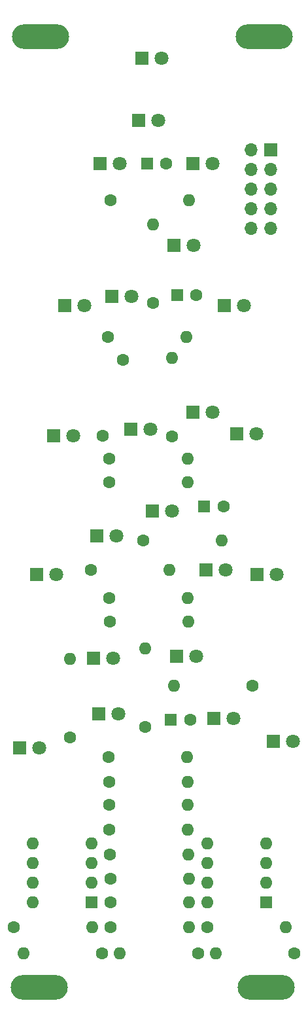
<source format=gbr>
G04 #@! TF.GenerationSoftware,KiCad,Pcbnew,8.0.6*
G04 #@! TF.CreationDate,2024-11-25T12:48:27+01:00*
G04 #@! TF.ProjectId,SS-XMAS-1,53532d58-4d41-4532-9d31-2e6b69636164,rev?*
G04 #@! TF.SameCoordinates,Original*
G04 #@! TF.FileFunction,Soldermask,Bot*
G04 #@! TF.FilePolarity,Negative*
%FSLAX46Y46*%
G04 Gerber Fmt 4.6, Leading zero omitted, Abs format (unit mm)*
G04 Created by KiCad (PCBNEW 8.0.6) date 2024-11-25 12:48:27*
%MOMM*%
%LPD*%
G01*
G04 APERTURE LIST*
G04 Aperture macros list*
%AMHorizOval*
0 Thick line with rounded ends*
0 $1 width*
0 $2 $3 position (X,Y) of the first rounded end (center of the circle)*
0 $4 $5 position (X,Y) of the second rounded end (center of the circle)*
0 Add line between two ends*
20,1,$1,$2,$3,$4,$5,0*
0 Add two circle primitives to create the rounded ends*
1,1,$1,$2,$3*
1,1,$1,$4,$5*%
G04 Aperture macros list end*
%ADD10R,1.600000X1.600000*%
%ADD11C,1.600000*%
%ADD12R,1.800000X1.800000*%
%ADD13C,1.800000*%
%ADD14O,1.600000X1.600000*%
%ADD15O,7.400000X3.200000*%
%ADD16HorizOval,1.600000X0.000000X0.000000X0.000000X0.000000X0*%
%ADD17R,1.700000X1.700000*%
%ADD18O,1.700000X1.700000*%
G04 APERTURE END LIST*
D10*
G04 #@! TO.C,C3*
X109840000Y-66000000D03*
D11*
X112340000Y-66000000D03*
G04 #@! TD*
D10*
G04 #@! TO.C,C4*
X109040000Y-121000000D03*
D11*
X111540000Y-121000000D03*
G04 #@! TD*
D12*
G04 #@! TO.C,D1*
X105278100Y-35372000D03*
D13*
X107818100Y-35372000D03*
G04 #@! TD*
D12*
G04 #@! TO.C,D18*
X99400000Y-97200000D03*
D13*
X101940000Y-97200000D03*
G04 #@! TD*
D12*
G04 #@! TO.C,D21*
X99000000Y-113000000D03*
D13*
X101540000Y-113000000D03*
G04 #@! TD*
D11*
G04 #@! TO.C,R9*
X101060000Y-132000000D03*
D14*
X111220000Y-132000000D03*
G04 #@! TD*
D11*
G04 #@! TO.C,R11*
X101100000Y-138400000D03*
D14*
X111260000Y-138400000D03*
G04 #@! TD*
D12*
G04 #@! TO.C,D16*
X103860000Y-83400000D03*
D13*
X106400000Y-83400000D03*
G04 #@! TD*
D10*
G04 #@! TO.C,U2*
X121340000Y-144620000D03*
D14*
X121340000Y-142080000D03*
X121340000Y-139540000D03*
X121340000Y-137000000D03*
X113720000Y-137000000D03*
X113720000Y-139540000D03*
X113720000Y-142080000D03*
X113720000Y-144620000D03*
G04 #@! TD*
D12*
G04 #@! TO.C,D23*
X109800000Y-112800000D03*
D13*
X112340000Y-112800000D03*
G04 #@! TD*
D12*
G04 #@! TO.C,D5*
X115925000Y-67376000D03*
D13*
X118465000Y-67376000D03*
G04 #@! TD*
D12*
G04 #@! TO.C,D10*
X91665000Y-102200000D03*
D13*
X94205000Y-102200000D03*
G04 #@! TD*
D11*
G04 #@! TO.C,R3*
X101060000Y-87200000D03*
D14*
X111220000Y-87200000D03*
G04 #@! TD*
D11*
G04 #@! TO.C,R18*
X105460000Y-97800000D03*
D14*
X115620000Y-97800000D03*
G04 #@! TD*
D15*
G04 #@! TO.C,TOP_RIGHT_MOUNT*
X121125000Y-32600000D03*
G04 #@! TD*
D11*
G04 #@! TO.C,R1*
X101260000Y-53800000D03*
D14*
X111420000Y-53800000D03*
G04 #@! TD*
D11*
G04 #@! TO.C,R10*
X101060000Y-135200000D03*
D14*
X111220000Y-135200000D03*
G04 #@! TD*
D12*
G04 #@! TO.C,D13*
X104860000Y-43400000D03*
D13*
X107400000Y-43400000D03*
G04 #@! TD*
D11*
G04 #@! TO.C,R8*
X101060000Y-129000000D03*
D14*
X111220000Y-129000000D03*
G04 #@! TD*
D11*
G04 #@! TO.C,R2*
X100860000Y-71440000D03*
D14*
X111020000Y-71440000D03*
G04 #@! TD*
D11*
G04 #@! TO.C,R6*
X101140000Y-108324000D03*
D14*
X111300000Y-108324000D03*
G04 #@! TD*
D10*
G04 #@! TO.C,U1*
X98740000Y-144620000D03*
D14*
X98740000Y-142080000D03*
X98740000Y-139540000D03*
X98740000Y-137000000D03*
X91120000Y-137000000D03*
X91120000Y-139540000D03*
X91120000Y-142080000D03*
X91120000Y-144620000D03*
G04 #@! TD*
D15*
G04 #@! TO.C,BOTTOM_LEFT_MOUNT*
X92000000Y-155600000D03*
G04 #@! TD*
D12*
G04 #@! TO.C,D20*
X113600000Y-101600000D03*
D13*
X116140000Y-101600000D03*
G04 #@! TD*
D12*
G04 #@! TO.C,D7*
X93865000Y-84200000D03*
D13*
X96405000Y-84200000D03*
G04 #@! TD*
D11*
G04 #@! TO.C,R27*
X113740000Y-147800000D03*
D14*
X123900000Y-147800000D03*
G04 #@! TD*
D11*
G04 #@! TO.C,R26*
X88660000Y-147800000D03*
D14*
X98820000Y-147800000D03*
G04 #@! TD*
D11*
G04 #@! TO.C,R7*
X100980000Y-125800000D03*
D14*
X111140000Y-125800000D03*
G04 #@! TD*
D10*
G04 #@! TO.C,C1*
X113334900Y-93400000D03*
D11*
X115834900Y-93400000D03*
G04 #@! TD*
D10*
G04 #@! TO.C,C2*
X105934900Y-49000000D03*
D11*
X108434900Y-49000000D03*
G04 #@! TD*
G04 #@! TO.C,R330*
X119620000Y-116600000D03*
D14*
X109460000Y-116600000D03*
G04 #@! TD*
D12*
G04 #@! TO.C,D17*
X111860000Y-81200000D03*
D13*
X114400000Y-81200000D03*
G04 #@! TD*
D11*
G04 #@! TO.C,R22*
X100170400Y-84213800D03*
D16*
X102800002Y-74399994D03*
G04 #@! TD*
D15*
G04 #@! TO.C,BOTTOM_RIGHT_MOUNT*
X121400000Y-155600000D03*
G04 #@! TD*
D12*
G04 #@! TO.C,D2*
X99860000Y-49000000D03*
D13*
X102400000Y-49000000D03*
G04 #@! TD*
D11*
G04 #@! TO.C,R5*
X101060000Y-105200000D03*
D14*
X111220000Y-105200000D03*
G04 #@! TD*
D12*
G04 #@! TO.C,D14*
X101400000Y-66200000D03*
D13*
X103940000Y-66200000D03*
G04 #@! TD*
D11*
G04 #@! TO.C,R4*
X101060000Y-90248000D03*
D14*
X111220000Y-90248000D03*
G04 #@! TD*
D12*
G04 #@! TO.C,D9*
X122325000Y-123800000D03*
D13*
X124865000Y-123800000D03*
G04 #@! TD*
D11*
G04 #@! TO.C,R19*
X98640000Y-101600000D03*
D14*
X108800000Y-101600000D03*
G04 #@! TD*
D11*
G04 #@! TO.C,R15*
X109200000Y-84360000D03*
D14*
X109200000Y-74200000D03*
G04 #@! TD*
D12*
G04 #@! TO.C,D4*
X95260000Y-67400000D03*
D13*
X97800000Y-67400000D03*
G04 #@! TD*
D11*
G04 #@! TO.C,R20*
X96000000Y-123280000D03*
D14*
X96000000Y-113120000D03*
G04 #@! TD*
D12*
G04 #@! TO.C,D12*
X114600000Y-120800000D03*
D13*
X117140000Y-120800000D03*
G04 #@! TD*
D12*
G04 #@! TO.C,D6*
X120200000Y-102200000D03*
D13*
X122740000Y-102200000D03*
G04 #@! TD*
D11*
G04 #@! TO.C,R12*
X101180000Y-141600000D03*
D14*
X111340000Y-141600000D03*
G04 #@! TD*
D11*
G04 #@! TO.C,R14*
X101180000Y-147800000D03*
D14*
X111340000Y-147800000D03*
G04 #@! TD*
D12*
G04 #@! TO.C,D11*
X117600000Y-84000000D03*
D13*
X120140000Y-84000000D03*
G04 #@! TD*
D11*
G04 #@! TO.C,R16*
X105740000Y-121880000D03*
D14*
X105740000Y-111720000D03*
G04 #@! TD*
D11*
G04 #@! TO.C,R21*
X106740000Y-67080000D03*
D14*
X106740000Y-56920000D03*
G04 #@! TD*
D12*
G04 #@! TO.C,D8*
X89460000Y-124600000D03*
D13*
X92000000Y-124600000D03*
G04 #@! TD*
D11*
G04 #@! TO.C,R13*
X101180000Y-144600000D03*
D14*
X111340000Y-144600000D03*
G04 #@! TD*
D15*
G04 #@! TO.C,TOP_LEFT_MOUNT*
X92200000Y-32600000D03*
G04 #@! TD*
D12*
G04 #@! TO.C,D15*
X109400000Y-59600000D03*
D13*
X111940000Y-59600000D03*
G04 #@! TD*
D12*
G04 #@! TO.C,D19*
X106600000Y-94000000D03*
D13*
X109140000Y-94000000D03*
G04 #@! TD*
D12*
G04 #@! TO.C,D22*
X99660000Y-120200000D03*
D13*
X102200000Y-120200000D03*
G04 #@! TD*
D12*
G04 #@! TO.C,D3*
X111925000Y-49000000D03*
D13*
X114465000Y-49000000D03*
G04 #@! TD*
D11*
G04 #@! TO.C,R23*
X100140000Y-151200000D03*
D14*
X89980000Y-151200000D03*
G04 #@! TD*
D11*
G04 #@! TO.C,R25*
X125020000Y-151200000D03*
D14*
X114860000Y-151200000D03*
G04 #@! TD*
D11*
G04 #@! TO.C,R24*
X112540000Y-151200000D03*
D14*
X102380000Y-151200000D03*
G04 #@! TD*
D17*
G04 #@! TO.C,J1*
X121940000Y-47200000D03*
D18*
X119400000Y-47200000D03*
X121940000Y-49740000D03*
X119400000Y-49740000D03*
X121940000Y-52280000D03*
X119400000Y-52280000D03*
X121940000Y-54820000D03*
X119400000Y-54820000D03*
X121940000Y-57360000D03*
X119400000Y-57360000D03*
G04 #@! TD*
M02*

</source>
